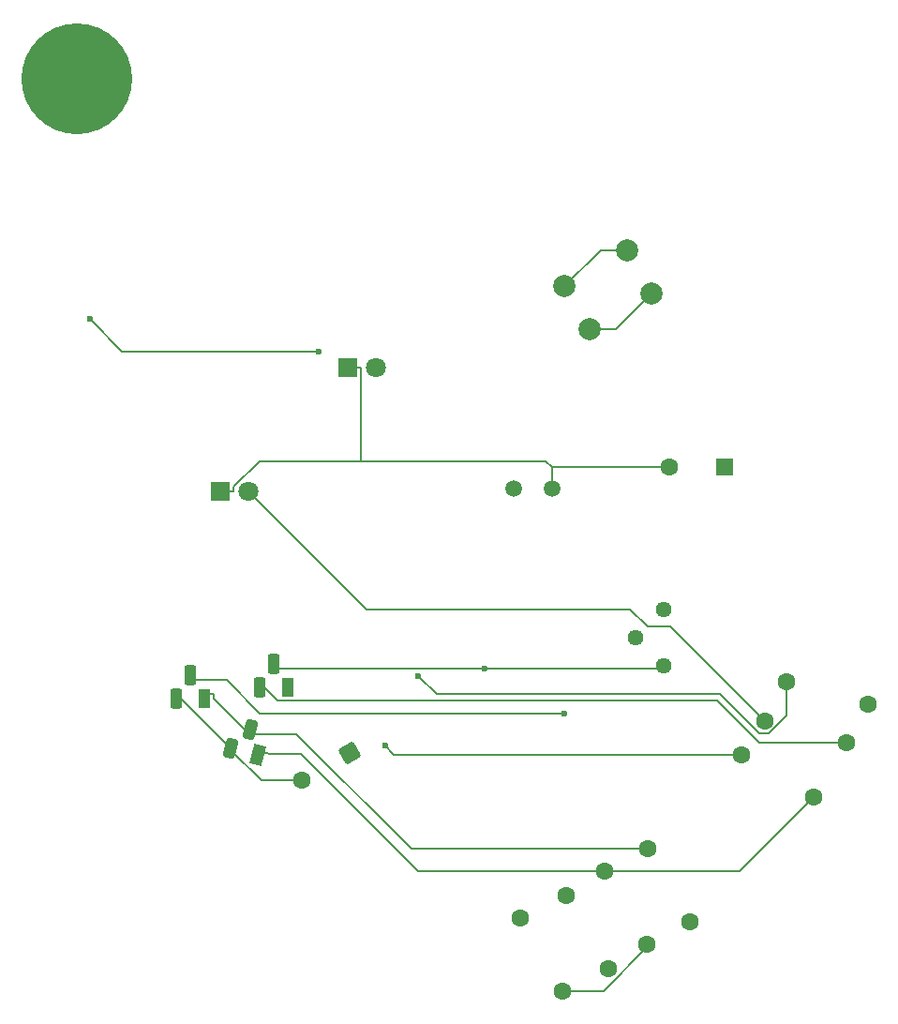
<source format=gbr>
%TF.GenerationSoftware,KiCad,Pcbnew,9.0.2*%
%TF.CreationDate,2025-06-05T20:51:44-04:00*%
%TF.ProjectId,solder-2nd-attempt,736f6c64-6572-42d3-926e-642d61747465,rev?*%
%TF.SameCoordinates,Original*%
%TF.FileFunction,Copper,L1,Top*%
%TF.FilePolarity,Positive*%
%FSLAX46Y46*%
G04 Gerber Fmt 4.6, Leading zero omitted, Abs format (unit mm)*
G04 Created by KiCad (PCBNEW 9.0.2) date 2025-06-05 20:51:44*
%MOMM*%
%LPD*%
G01*
G04 APERTURE LIST*
G04 Aperture macros list*
%AMRoundRect*
0 Rectangle with rounded corners*
0 $1 Rounding radius*
0 $2 $3 $4 $5 $6 $7 $8 $9 X,Y pos of 4 corners*
0 Add a 4 corners polygon primitive as box body*
4,1,4,$2,$3,$4,$5,$6,$7,$8,$9,$2,$3,0*
0 Add four circle primitives for the rounded corners*
1,1,$1+$1,$2,$3*
1,1,$1+$1,$4,$5*
1,1,$1+$1,$6,$7*
1,1,$1+$1,$8,$9*
0 Add four rect primitives between the rounded corners*
20,1,$1+$1,$2,$3,$4,$5,0*
20,1,$1+$1,$4,$5,$6,$7,0*
20,1,$1+$1,$6,$7,$8,$9,0*
20,1,$1+$1,$8,$9,$2,$3,0*%
%AMRotRect*
0 Rectangle, with rotation*
0 The origin of the aperture is its center*
0 $1 length*
0 $2 width*
0 $3 Rotation angle, in degrees counterclockwise*
0 Add horizontal line*
21,1,$1,$2,0,0,$3*%
G04 Aperture macros list end*
%TA.AperFunction,ComponentPad*%
%ADD10C,1.600000*%
%TD*%
%TA.AperFunction,ComponentPad*%
%ADD11R,1.800000X1.800000*%
%TD*%
%TA.AperFunction,ComponentPad*%
%ADD12C,1.800000*%
%TD*%
%TA.AperFunction,ComponentPad*%
%ADD13C,1.500000*%
%TD*%
%TA.AperFunction,ComponentPad*%
%ADD14C,2.000000*%
%TD*%
%TA.AperFunction,ComponentPad*%
%ADD15RoundRect,0.250000X0.201314X0.751314X-0.751314X0.201314X-0.201314X-0.751314X0.751314X-0.201314X0*%
%TD*%
%TA.AperFunction,ComponentPad*%
%ADD16R,1.100000X1.800000*%
%TD*%
%TA.AperFunction,ComponentPad*%
%ADD17RoundRect,0.275000X0.275000X0.625000X-0.275000X0.625000X-0.275000X-0.625000X0.275000X-0.625000X0*%
%TD*%
%TA.AperFunction,ComponentPad*%
%ADD18RotRect,1.100000X1.800000X165.000000*%
%TD*%
%TA.AperFunction,ComponentPad*%
%ADD19RoundRect,0.275000X0.427392X0.532528X-0.103868X0.674879X-0.427392X-0.532528X0.103868X-0.674879X0*%
%TD*%
%TA.AperFunction,ComponentPad*%
%ADD20C,1.440000*%
%TD*%
%TA.AperFunction,ComponentPad*%
%ADD21RoundRect,0.250000X0.550000X0.550000X-0.550000X0.550000X-0.550000X-0.550000X0.550000X-0.550000X0*%
%TD*%
%TA.AperFunction,ViaPad*%
%ADD22C,10.000000*%
%TD*%
%TA.AperFunction,ViaPad*%
%ADD23C,0.600000*%
%TD*%
%TA.AperFunction,Conductor*%
%ADD24C,0.200000*%
%TD*%
G04 APERTURE END LIST*
D10*
%TO.P,R2,1*%
%TO.N,Net-(Q1-E)*%
X109979700Y-159891100D03*
%TO.P,R2,2*%
%TO.N,Net-(D1-A)*%
X102619345Y-157918899D03*
%TD*%
%TO.P,R7,1*%
%TO.N,Net-(Q2-B)*%
X88500000Y-180299600D03*
%TO.P,R7,2*%
%TO.N,Net-(C2-Pad1)*%
X84690000Y-173700486D03*
%TD*%
D11*
%TO.P,D1,1,K*%
%TO.N,GND*%
X53460000Y-137191200D03*
D12*
%TO.P,D1,2,A*%
%TO.N,Net-(D1-A)*%
X56000000Y-137191200D03*
%TD*%
D13*
%TO.P,R3,1*%
%TO.N,Net-(Q1-B)*%
X80000000Y-137000000D03*
%TO.P,R3,2*%
%TO.N,GND*%
X83400000Y-137000000D03*
%TD*%
D10*
%TO.P,R1,1*%
%TO.N,Net-(Q1-E)*%
X111979700Y-156391100D03*
%TO.P,R1,2*%
%TO.N,Net-(D2-A)*%
X104619345Y-154418899D03*
%TD*%
%TO.P,R5,1*%
%TO.N,Net-(BT1-+)*%
X95905000Y-176099100D03*
%TO.P,R5,2*%
%TO.N,Net-(Q2-B)*%
X92095000Y-169499986D03*
%TD*%
D11*
%TO.P,D2,1,K*%
%TO.N,GND*%
X65000000Y-126000000D03*
D12*
%TO.P,D2,2,A*%
%TO.N,Net-(D2-A)*%
X67540000Y-126000000D03*
%TD*%
D10*
%TO.P,R4,1*%
%TO.N,Net-(BT1-+)*%
X100500000Y-161000000D03*
%TO.P,R4,2*%
%TO.N,Net-(Q2-C)*%
X107099114Y-164810000D03*
%TD*%
%TO.P,R6,1*%
%TO.N,Net-(Q3-B)*%
X92000000Y-178099100D03*
%TO.P,R6,2*%
%TO.N,Net-(Q2-C)*%
X88190000Y-171499986D03*
%TD*%
%TO.P,R8,1*%
%TO.N,Net-(Q3-B)*%
X84405000Y-182299600D03*
%TO.P,R8,2*%
%TO.N,GND*%
X80595000Y-175700486D03*
%TD*%
D14*
%TO.P,SW1,1,1*%
%TO.N,Net-(C2-Pad1)*%
X92439600Y-119323600D03*
X86810435Y-122573600D03*
%TO.P,SW1,2,2*%
%TO.N,Net-(Q3-B)*%
X90189600Y-115426486D03*
X84560434Y-118676486D03*
%TD*%
D15*
%TO.P,C1,1*%
%TO.N,Net-(Q1-B)*%
X65165100Y-160820600D03*
D10*
%TO.P,C1,2*%
%TO.N,GND*%
X60834973Y-163320600D03*
%TD*%
D16*
%TO.P,Q1,1,C*%
%TO.N,Net-(Q1-B)*%
X59540000Y-154900000D03*
D17*
%TO.P,Q1,2,B*%
X58270000Y-152830000D03*
%TO.P,Q1,3,E*%
%TO.N,Net-(Q1-E)*%
X57000000Y-154900000D03*
%TD*%
D16*
%TO.P,Q3,1,C*%
%TO.N,Net-(Q2-B)*%
X52040000Y-155900000D03*
D17*
%TO.P,Q3,2,B*%
%TO.N,Net-(Q3-B)*%
X50770000Y-153830000D03*
%TO.P,Q3,3,E*%
%TO.N,GND*%
X49500000Y-155900000D03*
%TD*%
D18*
%TO.P,Q2,1,C*%
%TO.N,Net-(Q2-C)*%
X56849972Y-161043770D03*
D19*
%TO.P,Q2,2,B*%
%TO.N,Net-(Q2-B)*%
X56159002Y-158715604D03*
%TO.P,Q2,3,E*%
%TO.N,GND*%
X54396520Y-160386370D03*
%TD*%
D20*
%TO.P,RV1,1,1*%
%TO.N,Net-(Q1-B)*%
X93500000Y-153000000D03*
%TO.P,RV1,2,2*%
%TO.N,Net-(Q2-C)*%
X90960000Y-150460000D03*
%TO.P,RV1,3,3*%
%TO.N,unconnected-(RV1-Pad3)*%
X93500000Y-147920000D03*
%TD*%
D21*
%TO.P,C2,1*%
%TO.N,Net-(C2-Pad1)*%
X99000000Y-135000000D03*
D10*
%TO.P,C2,2*%
%TO.N,GND*%
X94000000Y-135000000D03*
%TD*%
D22*
%TO.N,*%
X40500000Y-100000000D03*
D23*
%TO.N,Net-(BT1-+)*%
X62359900Y-124581900D03*
X41654500Y-121654500D03*
X68354100Y-160188200D03*
%TO.N,Net-(Q1-B)*%
X77345400Y-153230000D03*
%TO.N,Net-(D2-A)*%
X71351200Y-153855900D03*
%TO.N,Net-(Q3-B)*%
X84560400Y-157237300D03*
%TD*%
D24*
%TO.N,Net-(BT1-+)*%
X62359900Y-124581900D02*
X44581900Y-124581900D01*
X44581900Y-124581900D02*
X41654500Y-121654500D01*
X100500000Y-161000000D02*
X69165900Y-161000000D01*
X69165900Y-161000000D02*
X68354100Y-160188200D01*
%TO.N,GND*%
X82872700Y-134472700D02*
X83400000Y-135000000D01*
X54000000Y-160000000D02*
X49500000Y-155500000D01*
X65000000Y-126000000D02*
X66201700Y-126000000D01*
X53460000Y-137191200D02*
X54661700Y-137191200D01*
X85358700Y-135000000D02*
X85400000Y-135000000D01*
X94000000Y-135000000D02*
X85400000Y-135000000D01*
X66201700Y-126000000D02*
X66201700Y-134472700D01*
X54661700Y-136815700D02*
X57004700Y-134472700D01*
X83400000Y-135000000D02*
X85358700Y-135000000D01*
X83400000Y-135000000D02*
X83400000Y-137000000D01*
X54500000Y-160654600D02*
X57166000Y-163320600D01*
X54500000Y-160000000D02*
X54000000Y-160000000D01*
X57004700Y-134472700D02*
X66201700Y-134472700D01*
X54661700Y-137191200D02*
X54661700Y-136815700D01*
X66201700Y-134472700D02*
X82872700Y-134472700D01*
X57166000Y-163320600D02*
X60835000Y-163320600D01*
X54500000Y-160000000D02*
X54500000Y-160654600D01*
%TO.N,Net-(Q1-B)*%
X77345400Y-153230000D02*
X58270000Y-153230000D01*
X93270000Y-153230000D02*
X77345400Y-153230000D01*
X93500000Y-153000000D02*
X93270000Y-153230000D01*
%TO.N,Net-(C2-Pad1)*%
X92439600Y-119323600D02*
X89189600Y-122573600D01*
X89189600Y-122573600D02*
X86810400Y-122573600D01*
%TO.N,Net-(D1-A)*%
X102619300Y-157918900D02*
X94140200Y-149439800D01*
X66657400Y-147848600D02*
X56000000Y-137191200D01*
X92094500Y-149439800D02*
X90503300Y-147848600D01*
X90503300Y-147848600D02*
X66657400Y-147848600D01*
X94140200Y-149439800D02*
X92094500Y-149439800D01*
%TO.N,Net-(D2-A)*%
X104619300Y-154418900D02*
X104619300Y-157487300D01*
X103032100Y-159074500D02*
X102143300Y-159074500D01*
X73025700Y-155530400D02*
X71351200Y-153855900D01*
X102143300Y-159074500D02*
X98599200Y-155530400D01*
X98599200Y-155530400D02*
X73025700Y-155530400D01*
X104619300Y-157487300D02*
X103032100Y-159074500D01*
%TO.N,Net-(Q1-E)*%
X58627600Y-156127600D02*
X98376900Y-156127600D01*
X57000000Y-154500000D02*
X58627600Y-156127600D01*
X98376900Y-156127600D02*
X102140400Y-159891100D01*
X102140400Y-159891100D02*
X109979700Y-159891100D01*
%TO.N,Net-(Q2-C)*%
X107099100Y-164810000D02*
X100409100Y-171500000D01*
X100409100Y-171500000D02*
X88190000Y-171500000D01*
X60749400Y-160933400D02*
X57983700Y-160933400D01*
X56953500Y-160657400D02*
X57983700Y-160933400D01*
X71316000Y-171500000D02*
X60749400Y-160933400D01*
X88190000Y-171500000D02*
X71316000Y-171500000D01*
%TO.N,Net-(Q2-B)*%
X52891700Y-155938200D02*
X52891700Y-155500000D01*
X56055500Y-159102000D02*
X52891700Y-155938200D01*
X92095000Y-169500000D02*
X70757400Y-169500000D01*
X52040000Y-155500000D02*
X52891700Y-155500000D01*
X60359400Y-159102000D02*
X56055500Y-159102000D01*
X70757400Y-169500000D02*
X60359400Y-159102000D01*
%TO.N,Net-(Q3-B)*%
X88092900Y-182299600D02*
X92000000Y-178392500D01*
X54049700Y-154230000D02*
X50770000Y-154230000D01*
X84405000Y-182299600D02*
X88092900Y-182299600D01*
X57057000Y-157237300D02*
X54049700Y-154230000D01*
X84560400Y-157237300D02*
X57057000Y-157237300D01*
X92000000Y-178392500D02*
X92000000Y-178099100D01*
X87810400Y-115426500D02*
X84560400Y-118676500D01*
X90189600Y-115426500D02*
X87810400Y-115426500D01*
%TD*%
M02*

</source>
